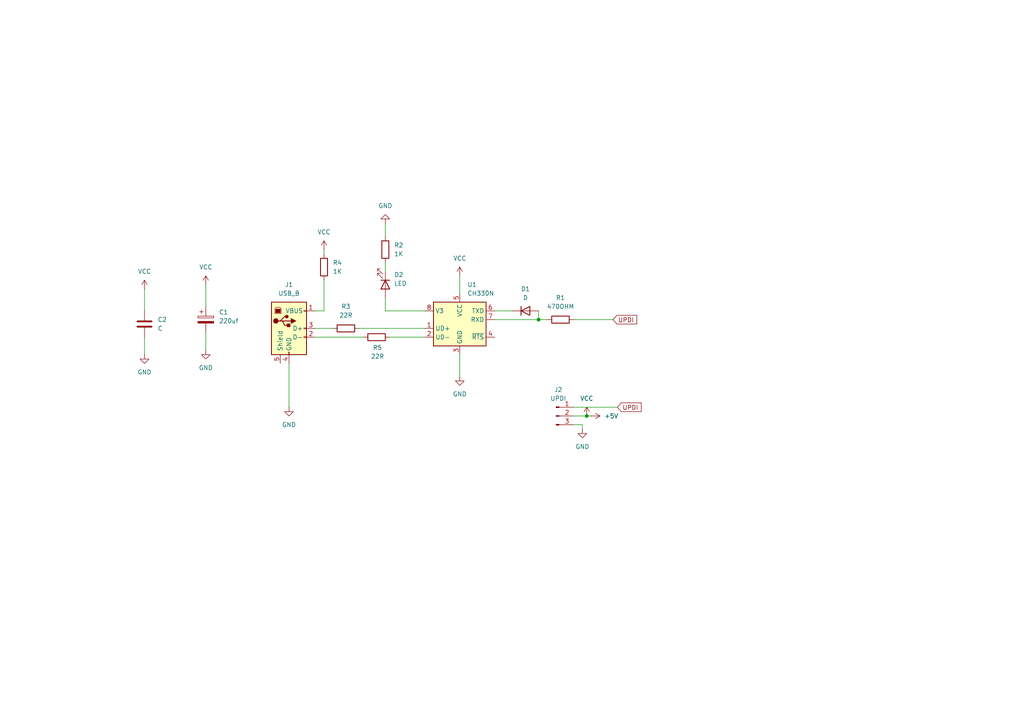
<source format=kicad_sch>
(kicad_sch (version 20231120) (generator "eeschema") (generator_version "8.0")
  (paper "A4")
  (lib_symbols
    (symbol "Connector:Conn_01x03_Pin" (pin_names (offset 1.016) hide)
      (property "Reference" "J" (at 0 5.08 0))
      (property "Value" "Conn_01x03_Pin" (at 0 -5.08 0))
      (symbol "Conn_01x03_Pin_1_1"
        (polyline (pts (xy 1.27 -2.54) (xy 0.8636 -2.54)) (stroke (width 0.1524)))
        (polyline (pts (xy 1.27 0) (xy 0.8636 0)) (stroke (width 0.1524)))
        (polyline (pts (xy 1.27 2.54) (xy 0.8636 2.54)) (stroke (width 0.1524)))
        (rectangle (start 0.8636 -2.413) (end 0 -2.667) (stroke (width 0.1524)) (fill (type outline)))
        (rectangle (start 0.8636 0.127) (end 0 -0.127) (stroke (width 0.1524)) (fill (type outline)))
        (rectangle (start 0.8636 2.667) (end 0 2.413) (stroke (width 0.1524)) (fill (type outline)))
        (pin passive line (at 5.08 2.54 180) (length 3.81) (name "Pin_1") (number "1"))
        (pin passive line (at 5.08 0 180) (length 3.81) (name "Pin_2") (number "2"))
        (pin passive line (at 5.08 -2.54 180) (length 3.81) (name "Pin_3") (number "3"))
      )
    )
    (symbol "Connector:USB_B" (pin_names (offset 1.016))
      (property "Reference" "J" (at -5.08 11.43 0))
      (property "Value" "USB_B" (at -5.08 8.89 0))
      (symbol "USB_B_0_1"
        (rectangle (start -5.08 -7.62) (end 5.08 7.62) (stroke (width 0.254)) (fill (type background)))
        (circle (center -3.81 2.159) (radius 0.635) (stroke (width 0.254)) (fill (type outline)))
        (rectangle (start -3.81 5.588) (end -2.54 4.572) (fill (type outline)))
        (circle (center -0.635 3.429) (radius 0.381) (stroke (width 0.254)) (fill (type outline)))
        (rectangle (start -0.127 -7.62) (end 0.127 -6.858))
        (polyline (pts (xy -1.905 2.159) (xy 0.635 2.159)) (stroke (width 0.254)))
        (polyline (pts (xy -3.175 2.159) (xy -2.54 2.159) (xy -1.27 3.429) (xy -0.635 3.429)) (stroke (width 0.254)))
        (polyline (pts (xy -2.54 2.159) (xy -1.905 2.159) (xy -1.27 0.889) (xy 0 0.889)) (stroke (width 0.254)))
        (polyline (pts (xy 0.635 2.794) (xy 0.635 1.524) (xy 1.905 2.159) (xy 0.635 2.794)) (stroke (width 0.254)) (fill (type outline)))
        (polyline (pts (xy -4.064 4.318) (xy -2.286 4.318) (xy -2.286 5.715) (xy -2.667 6.096) (xy -3.683 6.096) (xy -4.064 5.715) (xy -4.064 4.318)))
        (rectangle (start 0.254 1.27) (end -0.508 0.508) (stroke (width 0.254)) (fill (type outline)))
        (rectangle (start 5.08 -2.667) (end 4.318 -2.413))
        (rectangle (start 5.08 -0.127) (end 4.318 0.127))
        (rectangle (start 5.08 4.953) (end 4.318 5.207))
      )
      (symbol "USB_B_1_1"
        (pin power_out line (at 7.62 5.08 180) (length 2.54) (name "VBUS") (number "1"))
        (pin bidirectional line (at 7.62 -2.54 180) (length 2.54) (name "D-") (number "2"))
        (pin bidirectional line (at 7.62 0 180) (length 2.54) (name "D+") (number "3"))
        (pin power_out line (at 0 -10.16 90) (length 2.54) (name "GND") (number "4"))
        (pin passive line (at -2.54 -10.16 90) (length 2.54) (name "Shield") (number "5"))
      )
    )
    (symbol "Device:C" (pin_numbers hide) (pin_names (offset 0.254))
      (property "Reference" "C" (at 0.635 2.54 0))
      (property "Value" "C" (at 0.635 -2.54 0))
      (symbol "C_0_1"
        (polyline (pts (xy -2.032 -0.762) (xy 2.032 -0.762)) (stroke (width 0.508)))
        (polyline (pts (xy -2.032 0.762) (xy 2.032 0.762)) (stroke (width 0.508)))
      )
      (symbol "C_1_1"
        (pin passive line (at 0 3.81 270) (length 2.794) (name "~") (number "1"))
        (pin passive line (at 0 -3.81 90) (length 2.794) (name "~") (number "2"))
      )
    )
    (symbol "Device:C_Polarized" (pin_numbers hide) (pin_names (offset 0.254))
      (property "Reference" "C" (at 0.635 2.54 0))
      (property "Value" "C_Polarized" (at 0.635 -2.54 0))
      (symbol "C_Polarized_0_1"
        (rectangle (start -2.286 0.508) (end 2.286 1.016))
        (polyline (pts (xy -1.778 2.286) (xy -0.762 2.286)))
        (polyline (pts (xy -1.27 2.794) (xy -1.27 1.778)))
        (rectangle (start 2.286 -0.508) (end -2.286 -1.016) (fill (type outline)))
      )
      (symbol "C_Polarized_1_1"
        (pin passive line (at 0 3.81 270) (length 2.794) (name "~") (number "1"))
        (pin passive line (at 0 -3.81 90) (length 2.794) (name "~") (number "2"))
      )
    )
    (symbol "Device:D" (pin_numbers hide) (pin_names (offset 1.016) hide)
      (property "Reference" "D" (at 0 2.54 0))
      (property "Value" "D" (at 0 -2.54 0))
      (symbol "D_0_1"
        (polyline (pts (xy -1.27 1.27) (xy -1.27 -1.27)) (stroke (width 0.254)))
        (polyline (pts (xy 1.27 0) (xy -1.27 0)))
        (polyline (pts (xy 1.27 1.27) (xy 1.27 -1.27) (xy -1.27 0) (xy 1.27 1.27)) (stroke (width 0.254)))
      )
      (symbol "D_1_1"
        (pin passive line (at -3.81 0 0) (length 2.54) (name "K") (number "1"))
        (pin passive line (at 3.81 0 180) (length 2.54) (name "A") (number "2"))
      )
    )
    (symbol "Device:LED" (pin_numbers hide) (pin_names (offset 1.016) hide)
      (property "Reference" "D" (at 0 2.54 0))
      (property "Value" "LED" (at 0 -2.54 0))
      (symbol "LED_0_1"
        (polyline (pts (xy -1.27 -1.27) (xy -1.27 1.27)) (stroke (width 0.254)))
        (polyline (pts (xy -1.27 0) (xy 1.27 0)))
        (polyline (pts (xy 1.27 -1.27) (xy 1.27 1.27) (xy -1.27 0) (xy 1.27 -1.27)) (stroke (width 0.254)))
        (polyline (pts (xy -3.048 -0.762) (xy -4.572 -2.286) (xy -3.81 -2.286) (xy -4.572 -2.286) (xy -4.572 -1.524)))
        (polyline (pts (xy -1.778 -0.762) (xy -3.302 -2.286) (xy -2.54 -2.286) (xy -3.302 -2.286) (xy -3.302 -1.524)))
      )
      (symbol "LED_1_1"
        (pin passive line (at -3.81 0 0) (length 2.54) (name "K") (number "1"))
        (pin passive line (at 3.81 0 180) (length 2.54) (name "A") (number "2"))
      )
    )
    (symbol "Device:R" (pin_numbers hide) (pin_names (offset 0))
      (property "Reference" "R" (at 2.032 0 90))
      (property "Value" "R" (at 0 0 90))
      (symbol "R_0_1"
        (rectangle (start -1.016 -2.54) (end 1.016 2.54) (stroke (width 0.254)))
      )
      (symbol "R_1_1"
        (pin passive line (at 0 3.81 270) (length 1.27) (name "~") (number "1"))
        (pin passive line (at 0 -3.81 90) (length 1.27) (name "~") (number "2"))
      )
    )
    (symbol "Interface_USB:CH330N"
      (property "Reference" "U" (at -7.62 6.35 0))
      (property "Value" "CH330N" (at 7.62 6.35 0))
      (symbol "CH330N_0_1"
        (rectangle (start -7.62 5.08) (end 7.62 -7.62) (stroke (width 0.254)) (fill (type background)))
      )
      (symbol "CH330N_1_1"
        (pin bidirectional line (at -10.16 -2.54 0) (length 2.54) (name "UD+") (number "1"))
        (pin bidirectional line (at -10.16 -5.08 0) (length 2.54) (name "UD-") (number "2"))
        (pin power_in line (at 0 -10.16 90) (length 2.54) (name "GND") (number "3"))
        (pin output line (at 10.16 -5.08 180) (length 2.54) (name "~{RTS}") (number "4"))
        (pin power_in line (at 0 7.62 270) (length 2.54) (name "VCC") (number "5"))
        (pin output line (at 10.16 2.54 180) (length 2.54) (name "TXD") (number "6"))
        (pin input line (at 10.16 0 180) (length 2.54) (name "RXD") (number "7"))
        (pin passive line (at -10.16 2.54 0) (length 2.54) (name "V3") (number "8"))
      )
    )
    (symbol "power:+5V" (power) (pin_numbers hide) (pin_names (offset 0) hide)
      (property "Value" "+5V" (at 0 3.556 0))
      (symbol "+5V_0_1"
        (polyline (pts (xy -0.762 1.27) (xy 0 2.54)))
        (polyline (pts (xy 0 0) (xy 0 2.54)))
        (polyline (pts (xy 0 2.54) (xy 0.762 1.27)))
      )
      (symbol "+5V_1_1"
        (pin power_in line (at 0 0 90) (length 0) (name "~") (number "1"))
      )
    )
    (symbol "power:GND" (power) (pin_numbers hide) (pin_names (offset 0) hide)
      (property "Value" "GND" (at 0 -3.81 0))
      (symbol "GND_0_1"
        (polyline (pts (xy 0 0) (xy 0 -1.27) (xy 1.27 -1.27) (xy 0 -2.54) (xy -1.27 -1.27) (xy 0 -1.27)))
      )
      (symbol "GND_1_1"
        (pin power_in line (at 0 0 270) (length 0) (name "~") (number "1"))
      )
    )
    (symbol "power:VCC" (power) (pin_numbers hide) (pin_names (offset 0) hide)
      (property "Value" "VCC" (at 0 3.556 0))
      (symbol "VCC_0_1"
        (polyline (pts (xy -0.762 1.27) (xy 0 2.54)))
        (polyline (pts (xy 0 0) (xy 0 2.54)))
        (polyline (pts (xy 0 2.54) (xy 0.762 1.27)))
      )
      (symbol "VCC_1_1"
        (pin power_in line (at 0 0 90) (length 0) (name "~") (number "1"))
      )
    )
  )
  (junction (at 170.18 120.65))
  (junction (at 156.21 92.71))
  (wire (pts (xy 143.51 92.71) (xy 156.21 92.71)))
  (wire (pts (xy 111.76 64.77) (xy 111.76 68.58)))
  (wire (pts (xy 83.82 105.41) (xy 83.82 118.11)))
  (wire (pts (xy 111.76 86.36) (xy 111.76 90.17)))
  (wire (pts (xy 111.76 76.2) (xy 111.76 78.74)))
  (wire (pts (xy 156.21 90.17) (xy 156.21 92.71)))
  (wire (pts (xy 41.91 83.82) (xy 41.91 90.17)))
  (wire (pts (xy 166.37 123.19) (xy 168.91 123.19)))
  (wire (pts (xy 91.44 97.79) (xy 105.41 97.79)))
  (wire (pts (xy 113.03 97.79) (xy 123.19 97.79)))
  (wire (pts (xy 170.18 120.65) (xy 171.45 120.65)))
  (wire (pts (xy 133.35 80.01) (xy 133.35 85.09)))
  (wire (pts (xy 123.19 90.17) (xy 111.76 90.17)))
  (wire (pts (xy 59.69 82.55) (xy 59.69 88.9)))
  (wire (pts (xy 91.44 95.25) (xy 96.52 95.25)))
  (wire (pts (xy 143.51 90.17) (xy 148.59 90.17)))
  (wire (pts (xy 166.37 120.65) (xy 170.18 120.65)))
  (wire (pts (xy 93.98 81.28) (xy 93.98 90.17)))
  (wire (pts (xy 166.37 92.71) (xy 177.8 92.71)))
  (wire (pts (xy 104.14 95.25) (xy 123.19 95.25)))
  (wire (pts (xy 133.35 102.87) (xy 133.35 109.22)))
  (wire (pts (xy 59.69 96.52) (xy 59.69 101.6)))
  (wire (pts (xy 93.98 72.39) (xy 93.98 73.66)))
  (wire (pts (xy 168.91 123.19) (xy 168.91 124.46)))
  (wire (pts (xy 166.37 118.11) (xy 179.07 118.11)))
  (wire (pts (xy 91.44 90.17) (xy 93.98 90.17)))
  (wire (pts (xy 156.21 92.71) (xy 158.75 92.71)))
  (wire (pts (xy 41.91 97.79) (xy 41.91 102.87)))
  (global_label "UPDI" (shape input) (at 179.07 118.11 0) (property "Intersheetrefs" "${INTERSHEET_REFS}" (effects (hide yes))))
  (global_label "UPDI" (shape input) (at 177.8 92.71 0) (property "Intersheetrefs" "${INTERSHEET_REFS}" (effects (hide yes))))
  (symbol (lib_id "power:GND") (at 133.35 109.22 0) (unit 1)
    (property "Reference" "#PWR08" (effects (hide yes)))
    (property "Value" "GND" (at 133.35 114.3 0))
    (property "Description" "Power symbol creates a global label with name \"GND\" , ground" (effects (hide yes)))
  )
  (symbol (lib_id "power:GND") (at 41.91 102.87 0) (unit 1)
    (property "Reference" "#PWR012" (effects (hide yes)))
    (property "Value" "GND" (at 41.91 107.95 0))
    (property "Description" "Power symbol creates a global label with name \"GND\" , ground" (effects (hide yes)))
  )
  (symbol (lib_id "Device:R") (at 100.33 95.25 90) (unit 1)
    (property "Reference" "R3" (at 100.33 88.9 90))
    (property "Value" "22R" (at 100.33 91.44 90))
    (property "Footprint" "Resistor_THT:R_Axial_DIN0204_L3.6mm_D1.6mm_P7.62mm_Horizontal" (effects (hide yes)))
    (property "Description" "Resistor" (effects (hide yes)))
  )
  (symbol (lib_id "Connector:USB_B") (at 83.82 95.25 0) (unit 1)
    (property "Reference" "J1" (at 83.82 82.55 0))
    (property "Value" "USB_B" (at 83.82 85.09 0))
    (property "Footprint" "Connector_USB:USB_B_Lumberg_2411_02_Horizontal" (effects (hide yes)))
    (property "Description" "USB Type B connector" (effects (hide yes)))
  )
  (symbol (lib_id "Device:R") (at 162.56 92.71 90) (unit 1)
    (property "Reference" "R1" (at 162.56 86.36 90))
    (property "Value" "470OHM" (at 162.56 88.9 90))
    (property "Footprint" "Resistor_THT:R_Axial_DIN0204_L3.6mm_D1.6mm_P7.62mm_Horizontal" (effects (hide yes)))
    (property "Description" "Resistor" (effects (hide yes)))
  )
  (symbol (lib_id "Device:LED") (at 111.76 82.55 270) (unit 1)
    (property "Reference" "D2" (at 114.3 79.6924 90) (effects (justify left)))
    (property "Value" "LED" (at 114.3 82.2324 90) (effects (justify left)))
    (property "Footprint" "LED_THT:LED_D3.0mm" (effects (hide yes)))
    (property "Description" "Light emitting diode" (effects (hide yes)))
  )
  (symbol (lib_id "power:GND") (at 168.91 124.46 0) (unit 1)
    (property "Reference" "#PWR09" (effects (hide yes)))
    (property "Value" "GND" (at 168.91 129.54 0))
    (property "Description" "Power symbol creates a global label with name \"GND\" , ground" (effects (hide yes)))
  )
  (symbol (lib_id "Device:R") (at 111.76 72.39 180) (unit 1)
    (property "Reference" "R2" (at 114.3 71.1199 0) (effects (justify right)))
    (property "Value" "1K" (at 114.3 73.6599 0) (effects (justify right)))
    (property "Footprint" "Resistor_THT:R_Axial_DIN0204_L3.6mm_D1.6mm_P7.62mm_Horizontal" (effects (hide yes)))
    (property "Description" "Resistor" (effects (hide yes)))
  )
  (symbol (lib_id "Device:R") (at 93.98 77.47 180) (unit 1)
    (property "Reference" "R4" (at 96.52 76.1999 0) (effects (justify right)))
    (property "Value" "1K" (at 96.52 78.7399 0) (effects (justify right)))
    (property "Footprint" "Resistor_THT:R_Axial_DIN0204_L3.6mm_D1.6mm_P7.62mm_Horizontal" (effects (hide yes)))
    (property "Description" "Resistor" (effects (hide yes)))
  )
  (symbol (lib_id "Device:R") (at 109.22 97.79 90) (unit 1)
    (property "Reference" "R5" (at 109.474 100.838 90))
    (property "Value" "22R" (at 109.474 103.378 90))
    (property "Footprint" "Resistor_THT:R_Axial_DIN0204_L3.6mm_D1.6mm_P7.62mm_Horizontal" (effects (hide yes)))
    (property "Description" "Resistor" (effects (hide yes)))
  )
  (symbol (lib_id "Device:C_Polarized") (at 59.69 92.71 0) (unit 1)
    (property "Reference" "C1" (at 63.5 90.5509 0) (effects (justify left)))
    (property "Value" "220uf" (at 63.5 93.0909 0) (effects (justify left)))
    (property "Footprint" "Capacitor_THT:CP_Radial_D5.0mm_P2.50mm" (effects (hide yes)))
    (property "Description" "Polarized capacitor" (effects (hide yes)))
  )
  (symbol (lib_id "Connector:Conn_01x03_Pin") (at 161.29 120.65 0) (unit 1)
    (property "Reference" "J2" (at 161.925 113.03 0))
    (property "Value" "UPDI" (at 161.925 115.57 0))
    (property "Footprint" "Connector_JST:JST_XH_B3B-XH-AM_1x03_P2.50mm_Vertical" (effects (hide yes)))
    (property "Description" "Generic connector, single row, 01x03, script generated" (effects (hide yes)))
  )
  (symbol (lib_id "power:GND") (at 111.76 64.77 180) (unit 1)
    (property "Reference" "#PWR02" (effects (hide yes)))
    (property "Value" "GND" (at 111.76 59.69 0))
    (property "Description" "Power symbol creates a global label with name \"GND\" , ground" (effects (hide yes)))
  )
  (symbol (lib_id "Device:D") (at 152.4 90.17 0) (unit 1)
    (property "Reference" "D1" (at 152.4 83.82 0))
    (property "Value" "D" (at 152.4 86.36 0))
    (property "Footprint" "Diode_THT:D_5W_P12.70mm_Horizontal" (effects (hide yes)))
    (property "Description" "Diode" (effects (hide yes)))
    (property "Sim.Device" "D" (effects (hide yes)))
    (property "Sim.Pins" "1=K 2=A" (effects (hide yes)))
  )
  (symbol (lib_id "power:VCC") (at 93.98 72.39 0) (unit 1)
    (property "Reference" "#PWR04" (effects (hide yes)))
    (property "Value" "VCC" (at 93.98 67.31 0))
    (property "Description" "Power symbol creates a global label with name \"VCC\"" (effects (hide yes)))
  )
  (symbol (lib_id "power:GND") (at 59.69 101.6 0) (unit 1)
    (property "Reference" "#PWR06" (effects (hide yes)))
    (property "Value" "GND" (at 59.69 106.68 0))
    (property "Description" "Power symbol creates a global label with name \"GND\" , ground" (effects (hide yes)))
  )
  (symbol (lib_id "power:VCC") (at 41.91 83.82 0) (unit 1)
    (property "Reference" "#PWR011" (effects (hide yes)))
    (property "Value" "VCC" (at 41.91 78.74 0))
    (property "Description" "Power symbol creates a global label with name \"VCC\"" (effects (hide yes)))
  )
  (symbol (lib_id "power:VCC") (at 59.69 82.55 0) (unit 1)
    (property "Reference" "#PWR05" (effects (hide yes)))
    (property "Value" "VCC" (at 59.69 77.47 0))
    (property "Description" "Power symbol creates a global label with name \"VCC\"" (effects (hide yes)))
  )
  (symbol (lib_id "power:VCC") (at 133.35 80.01 0) (unit 1)
    (property "Reference" "#PWR01" (effects (hide yes)))
    (property "Value" "VCC" (at 133.35 74.93 0))
    (property "Description" "Power symbol creates a global label with name \"VCC\"" (effects (hide yes)))
  )
  (symbol (lib_id "power:+5V") (at 171.45 120.65 270) (unit 1)
    (property "Reference" "#PWR010" (effects (hide yes)))
    (property "Value" "+5V" (at 175.26 120.6499 90) (effects (justify left)))
    (property "Description" "Power symbol creates a global label with name \"+5V\"" (effects (hide yes)))
  )
  (symbol (lib_id "Interface_USB:CH330N") (at 133.35 92.71 0) (unit 1)
    (property "Reference" "U1" (at 135.5441 82.55 0) (effects (justify left)))
    (property "Value" "CH330N" (at 135.5441 85.09 0) (effects (justify left)))
    (property "Footprint" "Package_SO:SOIC-8_3.9x4.9mm_P1.27mm" (effects (hide yes)))
    (property "Datasheet" "http://www.wch.cn/downloads/file/240.html" (effects (hide yes)))
    (property "Description" "USB serial converter, UART, SOIC-8" (effects (hide yes)))
  )
  (symbol (lib_id "Device:C") (at 41.91 93.98 0) (unit 1)
    (property "Reference" "C2" (at 45.72 92.7099 0) (effects (justify left)))
    (property "Value" "C" (at 45.72 95.2499 0) (effects (justify left)))
    (property "Footprint" "Capacitor_THT:C_Rect_L4.6mm_W2.0mm_P2.50mm_MKS02_FKP02" (effects (hide yes)))
    (property "Description" "Unpolarized capacitor" (effects (hide yes)))
  )
  (symbol (lib_id "power:VCC") (at 170.18 120.65 0) (unit 1)
    (property "Reference" "#PWR03" (effects (hide yes)))
    (property "Value" "VCC" (at 170.18 115.57 0))
    (property "Description" "Power symbol creates a global label with name \"VCC\"" (effects (hide yes)))
  )
  (symbol (lib_id "power:GND") (at 83.82 118.11 0) (unit 1)
    (property "Reference" "#PWR07" (effects (hide yes)))
    (property "Value" "GND" (at 83.82 123.19 0))
    (property "Description" "Power symbol creates a global label with name \"GND\" , ground" (effects (hide yes)))
  )
)
</source>
